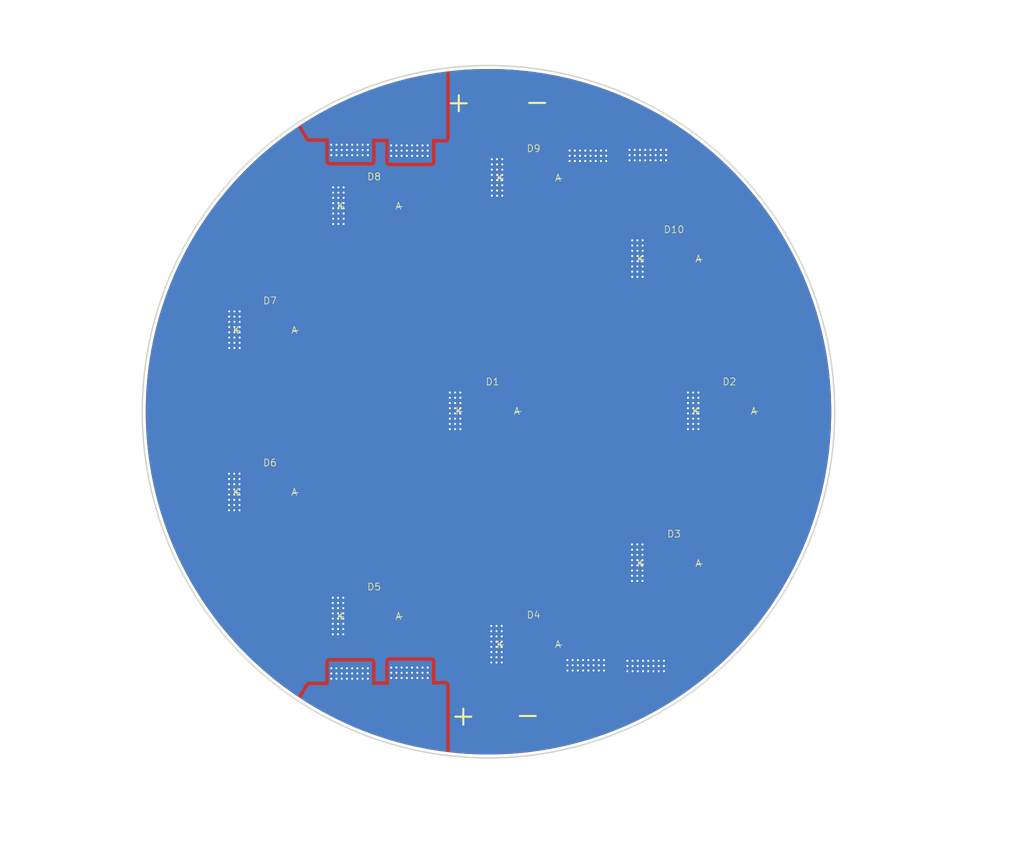
<source format=kicad_pcb>
(kicad_pcb (version 20241229) (generator "pcbnew") (generator_version "9.0")
  (layers (0 "F.Cu" signal) (2 "B.Cu" signal) (13 "F.Paste" user) (15 "B.Paste" user) (5 "F.SilkS" user "F.Silkscreen") (7 "B.SilkS" user "B.Silkscreen") (1 "F.Mask" user) (3 "B.Mask" user) (25 "Edge.Cuts" user))
  (net 0 "")
  (net 1 "/5V")
  (net 2 "GND")
  (footprint "Diode_SMD:CREE_JU7070B_K" (layer "F.Cu") (at 155.9 113.48)
    (property "Reference" "D4" (at 3.7 -1.2 0) (layer "F.SilkS") (effects (font (thickness 0.1))))
    (property "Value" "LED")
    (fp_text user "-" (at 6.7 3.6 0) (layer "F.SilkS") (effects (font (thickness 0.1)) (justify left bottom)))
    (fp_text user "A" (at 6.7 3.6 0) (layer "F.SilkS") (effects (font (thickness 0.1)) (justify left bottom)))
    (fp_text user "+" (at -1.7 3.6 0) (layer "F.SilkS") (effects (font (thickness 0.1)) (justify left bottom)))
    (fp_text user "K" (at -1.7 3.65 0) (layer "F.SilkS") (effects (font (thickness 0.1)) (justify left bottom)))
    (pad "1" smd rect (at 1.325 3.1) (size 2.65 6.2) (layers "F.Cu" "F.Mask" "F.Paste") (net 2 "GND"))
    (pad "2" smd rect (at 4.915 3.1) (size 2.65 6.2) (layers "F.Cu" "F.Mask" "F.Paste") (net 1 "/5V"))
  )
  (footprint "Diode_SMD:CREE_JU7070B_K" (layer "F.Cu") (at 176.05 58.15)
    (property "Reference" "D10" (at 3.7 -1.2 0) (layer "F.SilkS") (effects (font (thickness 0.1))))
    (property "Value" "LED")
    (fp_text user "+" (at -1.7 3.6 0) (layer "F.SilkS") (effects (font (thickness 0.1)) (justify left bottom)))
    (fp_text user "K" (at -1.7 3.6 0) (layer "F.SilkS") (effects (font (thickness 0.1)) (justify left bottom)))
    (fp_text user "A" (at 6.7 3.6 0) (layer "F.SilkS") (effects (font (thickness 0.1)) (justify left bottom)))
    (fp_text user "-" (at 6.7 3.6 0) (layer "F.SilkS") (effects (font (thickness 0.1)) (justify left bottom)))
    (pad "1" smd rect (at 1.325 3.1) (size 2.65 6.2) (layers "F.Cu" "F.Mask" "F.Paste") (net 2 "GND"))
    (pad "2" smd rect (at 4.915 3.1) (size 2.65 6.2) (layers "F.Cu" "F.Mask" "F.Paste") (net 1 "/5V"))
  )
  (footprint "Diode_SMD:CREE_JU7070B_K" (layer "F.Cu") (at 184 80)
    (property "Reference" "D2" (at 3.7 -1.2 0) (layer "F.SilkS") (effects (font (thickness 0.1))))
    (property "Value" "LED")
    (fp_text user "K" (at -1.7 3.6 0) (layer "F.SilkS") (effects (font (thickness 0.1)) (justify left bottom)))
    (fp_text user "-" (at 6.7 3.6 0) (layer "F.SilkS") (effects (font (thickness 0.1)) (justify left bottom)))
    (fp_text user "+" (at -1.7 3.6 0) (layer "F.SilkS") (effects (font (thickness 0.1)) (justify left bottom)))
    (fp_text user "A" (at 6.7 3.6 0) (layer "F.SilkS") (effects (font (thickness 0.1)) (justify left bottom)))
    (pad "1" smd rect (at 1.325 3.1) (size 2.65 6.2) (layers "F.Cu" "F.Mask" "F.Paste") (net 2 "GND"))
    (pad "2" smd rect (at 4.915 3.1) (size 2.65 6.2) (layers "F.Cu" "F.Mask" "F.Paste") (net 1 "/5V"))
  )
  (footprint "Diode_SMD:CREE_JU7070B_K" (layer "F.Cu") (at 176.05 101.85)
    (property "Reference" "D3" (at 3.7 -1.2 0) (layer "F.SilkS") (effects (font (thickness 0.1))))
    (property "Value" "LED")
    (fp_text user "-" (at 6.7 3.6 0) (layer "F.SilkS") (effects (font (thickness 0.1)) (justify left bottom)))
    (fp_text user "K" (at -1.7 3.6 0) (layer "F.SilkS") (effects (font (thickness 0.1)) (justify left bottom)))
    (fp_text user "+" (at -1.7 3.6 0) (layer "F.SilkS") (effects (font (thickness 0.1)) (justify left bottom)))
    (fp_text user "A" (at 6.7 3.6 0) (layer "F.SilkS") (effects (font (thickness 0.1)) (justify left bottom)))
    (pad "1" smd rect (at 1.325 3.1) (size 2.65 6.2) (layers "F.Cu" "F.Mask" "F.Paste") (net 2 "GND"))
    (pad "2" smd rect (at 4.915 3.1) (size 2.65 6.2) (layers "F.Cu" "F.Mask" "F.Paste") (net 1 "/5V"))
  )
  (footprint "Diode_SMD:CREE_JU7070B_K" (layer "F.Cu") (at 118.05 68.37)
    (property "Reference" "D7" (at 3.7 -1.2 0) (layer "F.SilkS") (effects (font (thickness 0.1))))
    (property "Value" "LED")
    (fp_text user "K" (at -1.7 3.6 0) (layer "F.SilkS") (effects (font (thickness 0.1)) (justify left bottom)))
    (fp_text user "+" (at -1.7 3.6 0) (layer "F.SilkS") (effects (font (thickness 0.1)) (justify left bottom)))
    (fp_text user "-" (at 6.7 3.6 0) (layer "F.SilkS") (effects (font (thickness 0.1)) (justify left bottom)))
    (fp_text user "A" (at 6.7 3.6 0) (layer "F.SilkS") (effects (font (thickness 0.1)) (justify left bottom)))
    (pad "1" smd rect (at 1.325 3.1) (size 2.65 6.2) (layers "F.Cu" "F.Mask" "F.Paste") (net 2 "GND"))
    (pad "2" smd rect (at 4.915 3.1) (size 2.65 6.2) (layers "F.Cu" "F.Mask" "F.Paste") (net 1 "/5V"))
  )
  (footprint "Diode_SMD:CREE_JU7070B_K" (layer "F.Cu") (at 150 80)
    (property "Reference" "D1" (at 3.7 -1.2 0) (layer "F.SilkS") (effects (font (thickness 0.1))))
    (property "Value" "LED")
    (fp_text user "K" (at -1.7 3.6 0) (layer "F.SilkS") (effects (font (thickness 0.1)) (justify left bottom)))
    (fp_text user "+" (at -1.7 3.6 0) (layer "F.SilkS") (effects (font (thickness 0.1)) (justify left bottom)))
    (fp_text user "-" (at 6.7 3.6 0) (layer "F.SilkS") (effects (font (thickness 0.1)) (justify left bottom)))
    (fp_text user "A" (at 6.7 3.6 0) (layer "F.SilkS") (effects (font (thickness 0.1)) (justify left bottom)))
    (pad "1" smd rect (at 1.325 3.1) (size 2.65 6.2) (layers "F.Cu" "F.Mask" "F.Paste") (net 2 "GND"))
    (pad "2" smd rect (at 4.915 3.1) (size 2.65 6.2) (layers "F.Cu" "F.Mask" "F.Paste") (net 1 "/5V"))
  )
  (footprint "Diode_SMD:CREE_JU7070B_K" (layer "F.Cu") (at 133 50.56)
    (property "Reference" "D8" (at 3.7 -1.2 0) (layer "F.SilkS") (effects (font (thickness 0.1))))
    (property "Value" "LED")
    (fp_text user "-" (at 6.7 3.6 0) (layer "F.SilkS") (effects (font (thickness 0.1)) (justify left bottom)))
    (fp_text user "A" (at 6.7 3.6 0) (layer "F.SilkS") (effects (font (thickness 0.1)) (justify left bottom)))
    (fp_text user "K" (at -1.7 3.6 0) (layer "F.SilkS") (effects (font (thickness 0.1)) (justify left bottom)))
    (fp_text user "+" (at -1.7 3.6 0) (layer "F.SilkS") (effects (font (thickness 0.1)) (justify left bottom)))
    (pad "1" smd rect (at 1.325 3.1) (size 2.65 6.2) (layers "F.Cu" "F.Mask" "F.Paste") (net 2 "GND"))
    (pad "2" smd rect (at 4.915 3.1) (size 2.65 6.2) (layers "F.Cu" "F.Mask" "F.Paste") (net 1 "/5V"))
  )
  (footprint "Diode_SMD:CREE_JU7070B_K" (layer "F.Cu") (at 155.9 46.52)
    (property "Reference" "D9" (at 3.7 -1.2 0) (layer "F.SilkS") (effects (font (thickness 0.1))))
    (property "Value" "LED")
    (fp_text user "A" (at 6.7 3.6 0) (layer "F.SilkS") (effects (font (thickness 0.1)) (justify left bottom)))
    (fp_text user "+" (at -1.7 3.6 0) (layer "F.SilkS") (effects (font (thickness 0.1)) (justify left bottom)))
    (fp_text user "-" (at 6.7 3.6 0) (layer "F.SilkS") (effects (font (thickness 0.1)) (justify left bottom)))
    (fp_text user "K" (at -1.7 3.6 0) (layer "F.SilkS") (effects (font (thickness 0.1)) (justify left bottom)))
    (pad "1" smd rect (at 1.325 3.1) (size 2.65 6.2) (layers "F.Cu" "F.Mask" "F.Paste") (net 2 "GND"))
    (pad "2" smd rect (at 4.915 3.1) (size 2.65 6.2) (layers "F.Cu" "F.Mask" "F.Paste") (net 1 "/5V"))
  )
  (footprint "Diode_SMD:CREE_JU7070B_K" (layer "F.Cu") (at 118.05 91.63)
    (property "Reference" "D6" (at 3.7 -1.2 0) (layer "F.SilkS") (effects (font (thickness 0.1))))
    (property "Value" "LED")
    (fp_text user "-" (at 6.7 3.6 0) (layer "F.SilkS") (effects (font (thickness 0.1)) (justify left bottom)))
    (fp_text user "A" (at 6.7 3.6 0) (layer "F.SilkS") (effects (font (thickness 0.1)) (justify left bottom)))
    (fp_text user "K" (at -1.7 3.6 0) (layer "F.SilkS") (effects (font (thickness 0.1)) (justify left bottom)))
    (fp_text user "+" (at -1.7 3.6 0) (layer "F.SilkS") (effects (font (thickness 0.1)) (justify left bottom)))
    (pad "1" smd rect (at 1.325 3.1) (size 2.65 6.2) (layers "F.Cu" "F.Mask" "F.Paste") (net 2 "GND"))
    (pad "2" smd rect (at 4.915 3.1) (size 2.65 6.2) (layers "F.Cu" "F.Mask" "F.Paste") (net 1 "/5V"))
  )
  (footprint "Diode_SMD:CREE_JU7070B_K" (layer "F.Cu") (at 133 109.44)
    (property "Reference" "D5" (at 3.7 -1.2 0) (layer "F.SilkS") (effects (font (thickness 0.1))))
    (property "Value" "LED")
    (fp_text user "+" (at -1.7 3.6 0) (layer "F.SilkS") (effects (font (thickness 0.1)) (justify left bottom)))
    (fp_text user "-" (at 6.7 3.6 0) (layer "F.SilkS") (effects (font (thickness 0.1)) (justify left bottom)))
    (fp_text user "A" (at 6.7 3.6 0) (layer "F.SilkS") (effects (font (thickness 0.1)) (justify left bottom)))
    (fp_text user "K" (at -1.7 3.6 0) (layer "F.SilkS") (effects (font (thickness 0.1)) (justify left bottom)))
    (pad "1" smd rect (at 1.325 3.1) (size 2.65 6.2) (layers "F.Cu" "F.Mask" "F.Paste") (net 2 "GND"))
    (pad "2" smd rect (at 4.915 3.1) (size 2.65 6.2) (layers "F.Cu" "F.Mask" "F.Paste") (net 1 "/5V"))
  )
  (gr_rect (start 172.35 101.9) (end 176.1 107.9) (stroke (width 0.2)) (fill yes) (layer "F.Cu") (net 2))
  (gr_rect (start 178.864074 47.889475) (end 172.864074 44.139475) (stroke (width 0.2)) (fill yes) (layer "F.Cu") (net 2))
  (gr_rect (start 129.4 109.55) (end 133.15 115.55) (stroke (width 0.2)) (fill yes) (layer "F.Cu") (net 2))
  (gr_rect (start 178.55 117.975) (end 172.55 121.725) (stroke (width 0.2)) (fill yes) (layer "F.Cu") (net 2))
  (gr_circle (center 142.5 82.5) (end 145.9 82.5) (stroke (width 0.2)) (fill no) (layer "F.Cu"))
  (gr_rect (start 172.375 58.25) (end 176.125 64.25) (stroke (width 0.2)) (fill yes) (layer "F.Cu") (net 2))
  (gr_rect (start 180.375 80.1) (end 184.125 86.1) (stroke (width 0.2)) (fill yes) (layer "F.Cu") (net 2))
  (gr_rect (start 129.45 50.65) (end 133.2 56.65) (stroke (width 0.2)) (fill yes) (layer "F.Cu") (net 2))
  (gr_rect (start 152.15 113.6) (end 155.9 119.6) (stroke (width 0.2)) (fill yes) (layer "F.Cu") (net 2))
  (gr_rect (start 114.5 91.75) (end 118.25 97.75) (stroke (width 0.2)) (fill yes) (layer "F.Cu") (net 2))
  (gr_rect (start 170.264074 47.989475) (end 164.264074 44.239475) (stroke (width 0.2)) (fill yes) (layer "F.Cu") (net 2))
  (gr_rect (start 169.95 117.875) (end 163.95 121.625) (stroke (width 0.2)) (fill yes) (layer "F.Cu") (net 2))
  (gr_rect (start 114.525 68.45) (end 118.275 74.45) (stroke (width 0.2)) (fill yes) (layer "F.Cu") (net 2))
  (gr_rect (start 146.2 80.1) (end 149.95 86.1) (stroke (width 0.2)) (fill yes) (layer "F.Cu") (net 2))
  (gr_rect (start 152.225 46.6) (end 155.975 52.6) (stroke (width 0.2)) (fill yes) (layer "F.Cu") (net 2))
  (gr_rect (start 138.9 118.95) (end 144.9 122.7) (stroke (width 0.2)) (fill yes) (layer "B.Cu") (net 1))
  (gr_rect (start 138.9 47.25) (end 144.9 43.5) (stroke (width 0.2)) (fill yes) (layer "B.Cu") (net 1))
  (gr_rect (start 130.3 119.05) (end 136.3 122.8) (stroke (width 0.2)) (fill yes) (layer "B.Cu") (net 1))
  (gr_rect (start 130.3 47.15) (end 136.3 43.4) (stroke (width 0.2)) (fill yes) (layer "B.Cu") (net 1))
  (gr_circle (center 153.12 83.1) (end 202.82 83.1) (stroke (width 0.2)) (fill no) (layer "Edge.Cuts"))
  (gr_text "+" (at 147.45 128.4 0) (layer "F.SilkS") (effects (font (size 3 3) (thickness 0.3) (bold yes)) (justify left bottom)))
  (gr_text "-" (at 156.7 128.3 0) (layer "F.SilkS") (effects (font (size 3 3) (thickness 0.3) (bold yes)) (justify left bottom)))
  (gr_text "-" (at 158.05 40.3 0) (layer "F.SilkS") (effects (font (size 3 3) (thickness 0.3) (bold yes)) (justify left bottom)))
  (gr_text "+" (at 146.8 40.35 0) (layer "F.SilkS") (effects (font (size 3 3) (thickness 0.3) (bold yes)) (justify left bottom)))
  (via (at 142.9 45.625) (size 0.7) (drill 0.3) (layers "F.Cu" "B.Cu") (net 1))
  (via (at 135.05 119.925) (size 0.7) (drill 0.3) (layers "F.Cu" "B.Cu") (net 1))
  (via (at 132.05 120.675) (size 0.7) (drill 0.3) (layers "F.Cu" "B.Cu") (net 1))
  (via (at 135.05 44.775) (size 0.7) (drill 0.3) (layers "F.Cu" "B.Cu") (net 1))
  (via (at 143.65 44.875) (size 0.7) (drill 0.3) (layers "F.Cu" "B.Cu") (net 1))
  (via (at 130.55 46.275) (size 0.7) (drill 0.3) (layers "F.Cu" "B.Cu") (net 1))
  (via (at 142.9 121.325) (size 0.7) (drill 0.3) (layers "F.Cu" "B.Cu") (net 1))
  (via (at 139.15 121.325) (size 0.7) (drill 0.3) (layers "F.Cu" "B.Cu") (net 1))
  (via (at 134.3 120.675) (size 0.7) (drill 0.3) (layers "F.Cu" "B.Cu") (net 1))
  (via (at 133.55 46.275) (size 0.7) (drill 0.3) (layers "F.Cu" "B.Cu") (net 1))
  (via (at 144.4 46.375) (size 0.7) (drill 0.3) (layers "F.Cu" "B.Cu") (net 1))
  (via (at 142.9 119.825) (size 0.7) (drill 0.3) (layers "F.Cu" "B.Cu") (net 1))
  (via (at 142.9 46.375) (size 0.7) (drill 0.3) (layers "F.Cu" "B.Cu") (net 1))
  (via (at 139.15 45.625) (size 0.7) (drill 0.3) (layers "F.Cu" "B.Cu") (net 1))
  (via (at 130.55 119.925) (size 0.7) (drill 0.3) (layers "F.Cu" "B.Cu") (net 1))
  (via (at 131.3 121.425) (size 0.7) (drill 0.3) (layers "F.Cu" "B.Cu") (net 1))
  (via (at 132.8 45.525) (size 0.7) (drill 0.3) (layers "F.Cu" "B.Cu") (net 1))
  (via (at 143.65 45.625) (size 0.7) (drill 0.3) (layers "F.Cu" "B.Cu") (net 1))
  (via (at 135.05 46.275) (size 0.7) (drill 0.3) (layers "F.Cu" "B.Cu") (net 1))
  (via (at 140.65 45.625) (size 0.7) (drill 0.3) (layers "F.Cu" "B.Cu") (net 1))
  (via (at 144.4 119.825) (size 0.7) (drill 0.3) (layers "F.Cu" "B.Cu") (net 1))
  (via (at 134.3 45.525) (size 0.7) (drill 0.3) (layers "F.Cu" "B.Cu") (net 1))
  (via (at 140.65 44.875) (size 0.7) (drill 0.3) (layers "F.Cu" "B.Cu") (net 1))
  (via (at 143.65 119.825) (size 0.7) (drill 0.3) (layers "F.Cu" "B.Cu") (net 1))
  (via (at 139.9 119.825) (size 0.7) (drill 0.3) (layers "F.Cu" "B.Cu") (net 1))
  (via (at 142.15 44.875) (size 0.7) (drill 0.3) (layers "F.Cu" "B.Cu") (net 1))
  (via (at 135.8 44.775) (size 0.7) (drill 0.3) (layers "F.Cu" "B.Cu") (net 1))
  (via (at 130.55 121.425) (size 0.7) (drill 0.3) (layers "F.Cu" "B.Cu") (net 1))
  (via (at 143.65 121.325) (size 0.7) (drill 0.3) (layers "F.Cu" "B.Cu") (net 1))
  (via (at 135.8 45.525) (size 0.7) (drill 0.3) (layers "F.Cu" "B.Cu") (net 1))
  (via (at 139.9 45.625) (size 0.7) (drill 0.3) (layers "F.Cu" "B.Cu") (net 1))
  (via (at 142.15 45.625) (size 0.7) (drill 0.3) (layers "F.Cu" "B.Cu") (net 1))
  (via (at 139.15 119.825) (size 0.7) (drill 0.3) (layers "F.Cu" "B.Cu") (net 1))
  (via (at 133.55 44.775) (size 0.7) (drill 0.3) (layers "F.Cu" "B.Cu") (net 1))
  (via (at 134.3 121.425) (size 0.7) (drill 0.3) (layers "F.Cu" "B.Cu") (net 1))
  (via (at 132.8 120.675) (size 0.7) (drill 0.3) (layers "F.Cu" "B.Cu") (net 1))
  (via (at 142.15 46.375) (size 0.7) (drill 0.3) (layers "F.Cu" "B.Cu") (net 1))
  (via (at 133.55 121.425) (size 0.7) (drill 0.3) (layers "F.Cu" "B.Cu") (net 1))
  (via (at 130.55 44.775) (size 0.7) (drill 0.3) (layers "F.Cu" "B.Cu") (net 1))
  (via (at 139.15 44.875) (size 0.7) (drill 0.3) (layers "F.Cu" "B.Cu") (net 1))
  (via (at 130.55 120.675) (size 0.7) (drill 0.3) (layers "F.Cu" "B.Cu") (net 1))
  (via (at 135.8 120.675) (size 0.7) (drill 0.3) (layers "F.Cu" "B.Cu") (net 1))
  (via (at 139.9 120.575) (size 0.7) (drill 0.3) (layers "F.Cu" "B.Cu") (net 1))
  (via (at 142.9 44.875) (size 0.7) (drill 0.3) (layers "F.Cu" "B.Cu") (net 1))
  (via (at 139.9 46.375) (size 0.7) (drill 0.3) (layers "F.Cu" "B.Cu") (net 1))
  (via (at 141.4 44.875) (size 0.7) (drill 0.3) (layers "F.Cu" "B.Cu") (net 1))
  (via (at 143.65 46.375) (size 0.7) (drill 0.3) (layers "F.Cu" "B.Cu") (net 1))
  (via (at 131.3 45.525) (size 0.7) (drill 0.3) (layers "F.Cu" "B.Cu") (net 1))
  (via (at 142.9 120.575) (size 0.7) (drill 0.3) (layers "F.Cu" "B.Cu") (net 1))
  (via (at 141.4 119.825) (size 0.7) (drill 0.3) (layers "F.Cu" "B.Cu") (net 1))
  (via (at 144.4 45.625) (size 0.7) (drill 0.3) (layers "F.Cu" "B.Cu") (net 1))
  (via (at 141.4 120.575) (size 0.7) (drill 0.3) (layers "F.Cu" "B.Cu") (net 1))
  (via (at 132.05 46.275) (size 0.7) (drill 0.3) (layers "F.Cu" "B.Cu") (net 1))
  (via (at 135.05 120.675) (size 0.7) (drill 0.3) (layers "F.Cu" "B.Cu") (net 1))
  (via (at 144.4 120.575) (size 0.7) (drill 0.3) (layers "F.Cu" "B.Cu") (net 1))
  (via (at 140.65 46.375) (size 0.7) (drill 0.3) (layers "F.Cu" "B.Cu") (net 1))
  (via (at 144.4 121.325) (size 0.7) (drill 0.3) (layers "F.Cu" "B.Cu") (net 1))
  (via (at 132.8 121.425) (size 0.7) (drill 0.3) (layers "F.Cu" "B.Cu") (net 1))
  (via (at 135.8 119.925) (size 0.7) (drill 0.3) (layers "F.Cu" "B.Cu") (net 1))
  (via (at 135.8 121.425) (size 0.7) (drill 0.3) (layers "F.Cu" "B.Cu") (net 1))
  (via (at 142.15 119.825) (size 0.7) (drill 0.3) (layers "F.Cu" "B.Cu") (net 1))
  (via (at 140.65 121.325) (size 0.7) (drill 0.3) (layers "F.Cu" "B.Cu") (net 1))
  (via (at 135.05 121.425) (size 0.7) (drill 0.3) (layers "F.Cu" "B.Cu") (net 1))
  (via (at 141.4 45.625) (size 0.7) (drill 0.3) (layers "F.Cu" "B.Cu") (net 1))
  (via (at 142.15 120.575) (size 0.7) (drill 0.3) (layers "F.Cu" "B.Cu") (net 1))
  (via (at 134.3 119.925) (size 0.7) (drill 0.3) (layers "F.Cu" "B.Cu") (net 1))
  (via (at 134.3 46.275) (size 0.7) (drill 0.3) (layers "F.Cu" "B.Cu") (net 1))
  (via (at 132.8 119.925) (size 0.7) (drill 0.3) (layers "F.Cu" "B.Cu") (net 1))
  (via (at 131.3 120.675) (size 0.7) (drill 0.3) (layers "F.Cu" "B.Cu") (net 1))
  (via (at 143.65 120.575) (size 0.7) (drill 0.3) (layers "F.Cu" "B.Cu") (net 1))
  (via (at 142.15 121.325) (size 0.7) (drill 0.3) (layers "F.Cu" "B.Cu") (net 1))
  (via (at 132.05 44.775) (size 0.7) (drill 0.3) (layers "F.Cu" "B.Cu") (net 1))
  (via (at 132.05 45.525) (size 0.7) (drill 0.3) (layers "F.Cu" "B.Cu") (net 1))
  (via (at 139.15 120.575) (size 0.7) (drill 0.3) (layers "F.Cu" "B.Cu") (net 1))
  (via (at 131.3 44.775) (size 0.7) (drill 0.3) (layers "F.Cu" "B.Cu") (net 1))
  (via (at 132.8 44.775) (size 0.7) (drill 0.3) (layers "F.Cu" "B.Cu") (net 1))
  (via (at 144.4 44.875) (size 0.7) (drill 0.3) (layers "F.Cu" "B.Cu") (net 1))
  (via (at 139.9 44.875) (size 0.7) (drill 0.3) (layers "F.Cu" "B.Cu") (net 1))
  (via (at 130.55 45.525) (size 0.7) (drill 0.3) (layers "F.Cu" "B.Cu") (net 1))
  (via (at 133.55 45.525) (size 0.7) (drill 0.3) (layers "F.Cu" "B.Cu") (net 1))
  (via (at 140.65 119.825) (size 0.7) (drill 0.3) (layers "F.Cu" "B.Cu") (net 1))
  (via (at 141.4 46.375) (size 0.7) (drill 0.3) (layers "F.Cu" "B.Cu") (net 1))
  (via (at 139.9 121.325) (size 0.7) (drill 0.3) (layers "F.Cu" "B.Cu") (net 1))
  (via (at 141.4 121.325) (size 0.7) (drill 0.3) (layers "F.Cu" "B.Cu") (net 1))
  (via (at 133.55 120.675) (size 0.7) (drill 0.3) (layers "F.Cu" "B.Cu") (net 1))
  (via (at 135.05 45.525) (size 0.7) (drill 0.3) (layers "F.Cu" "B.Cu") (net 1))
  (via (at 132.05 121.425) (size 0.7) (drill 0.3) (layers "F.Cu" "B.Cu") (net 1))
  (via (at 133.55 119.925) (size 0.7) (drill 0.3) (layers "F.Cu" "B.Cu") (net 1))
  (via (at 139.15 46.375) (size 0.7) (drill 0.3) (layers "F.Cu" "B.Cu") (net 1))
  (via (at 135.8 46.275) (size 0.7) (drill 0.3) (layers "F.Cu" "B.Cu") (net 1))
  (via (at 134.3 44.775) (size 0.7) (drill 0.3) (layers "F.Cu" "B.Cu") (net 1))
  (via (at 131.3 46.275) (size 0.7) (drill 0.3) (layers "F.Cu" "B.Cu") (net 1))
  (via (at 132.8 46.275) (size 0.7) (drill 0.3) (layers "F.Cu" "B.Cu") (net 1))
  (via (at 132.05 119.925) (size 0.7) (drill 0.3) (layers "F.Cu" "B.Cu") (net 1))
  (via (at 140.65 120.575) (size 0.7) (drill 0.3) (layers "F.Cu" "B.Cu") (net 1))
  (via (at 131.3 119.925) (size 0.7) (drill 0.3) (layers "F.Cu" "B.Cu") (net 1))
  (via (at 154.275 117.6) (size 0.7) (drill 0.3) (layers "F.Cu" "B.Cu") (net 2))
  (via (at 164.45 120.25) (size 0.7) (drill 0.3) (layers "F.Cu" "B.Cu") (net 2))
  (via (at 130.825 53.15) (size 0.7) (drill 0.3) (layers "F.Cu" "B.Cu") (net 2))
  (via (at 165.95 118.75) (size 0.7) (drill 0.3) (layers "F.Cu" "B.Cu") (net 2))
  (via (at 175.614074 47.014475) (size 0.7) (drill 0.3) (layers "F.Cu" "B.Cu") (net 2))
  (via (at 132.325 56.15) (size 0.7) (drill 0.3) (layers "F.Cu" "B.Cu") (net 2))
  (via (at 181.75 83.35) (size 0.7) (drill 0.3) (layers "F.Cu" "B.Cu") (net 2))
  (via (at 175.225 105.9) (size 0.7) (drill 0.3) (layers "F.Cu" "B.Cu") (net 2))
  (via (at 154.35 50.6) (size 0.7) (drill 0.3) (layers "F.Cu" "B.Cu") (net 2))
  (via (at 117.4 73.95) (size 0.7) (drill 0.3) (layers "F.Cu" "B.Cu") (net 2))
  (via (at 131.525 112.8) (size 0.7) (drill 0.3) (layers "F.Cu" "B.Cu") (net 2))
  (via (at 175.225 106.65) (size 0.7) (drill 0.3) (layers "F.Cu" "B.Cu") (net 2))
  (via (at 182.5 85.6) (size 0.7) (drill 0.3) (layers "F.Cu" "B.Cu") (net 2))
  (via (at 164.764074 47.114475) (size 0.7) (drill 0.3) (layers "F.Cu" "B.Cu") (net 2))
  (via (at 168.514074 45.614475) (size 0.7) (drill 0.3) (layers "F.Cu" "B.Cu") (net 2))
  (via (at 175.3 119.6) (size 0.7) (drill 0.3) (layers "F.Cu" "B.Cu") (net 2))
  (via (at 174.5 61.5) (size 0.7) (drill 0.3) (layers "F.Cu" "B.Cu") (net 2))
  (via (at 130.775 110.55) (size 0.7) (drill 0.3) (layers "F.Cu" "B.Cu") (net 2))
  (via (at 131.575 50.9) (size 0.7) (drill 0.3) (layers "F.Cu" "B.Cu") (net 2))
  (via (at 148.325 81.85) (size 0.7) (drill 0.3) (layers "F.Cu" "B.Cu") (net 2))
  (via (at 166.7 120.25) (size 0.7) (drill 0.3) (layers "F.Cu" "B.Cu") (net 2))
  (via (at 153.525 115.35) (size 0.7) (drill 0.3) (layers "F.Cu" "B.Cu") (net 2))
  (via (at 115.9 70.2) (size 0.7) (drill 0.3) (layers "F.Cu" "B.Cu") (net 2))
  (via (at 147.575 80.35) (size 0.7) (drill 0.3) (layers "F.Cu" "B.Cu") (net 2))
  (via (at 175.614074 46.264475) (size 0.7) (drill 0.3) (layers "F.Cu" "B.Cu") (net 2))
  (via (at 174.475 102.9) (size 0.7) (drill 0.3) (layers "F.Cu" "B.Cu") (net 2))
  (via (at 153.525 117.6) (size 0.7) (drill 0.3) (layers "F.Cu" "B.Cu") (net 2))
  (via (at 149.075 84.1) (size 0.7) (drill 0.3) (layers "F.Cu" "B.Cu") (net 2))
  (via (at 173.8 119.6) (size 0.7) (drill 0.3) (layers "F.Cu" "B.Cu") (net 2))
  (via (at 155.1 46.85) (size 0.7) (drill 0.3) (layers "F.Cu" "B.Cu") (net 2))
  (via (at 130.825 53.9) (size 0.7) (drill 0.3) (layers "F.Cu" "B.Cu") (net 2))
  (via (at 147.575 81.85) (size 0.7) (drill 0.3) (layers "F.Cu" "B.Cu") (net 2))
  (via (at 153.6 51.35) (size 0.7) (drill 0.3) (layers "F.Cu" "B.Cu") (net 2))
  (via (at 183.25 85.6) (size 0.7) (drill 0.3) (layers "F.Cu" "B.Cu") (net 2))
  (via (at 131.525 114.3) (size 0.7) (drill 0.3) (layers "F.Cu" "B.Cu") (net 2))
  (via (at 168.2 119.5) (size 0.7) (drill 0.3) (layers "F.Cu" "B.Cu") (net 2))
  (via (at 147.575 82.6) (size 0.7) (drill 0.3) (layers "F.Cu" "B.Cu") (net 2))
  (via (at 175.225 103.65) (size 0.7) (drill 0.3) (layers "F.Cu" "B.Cu") (net 2))
  (via (at 168.2 118.75) (size 0.7) (drill 0.3) (layers "F.Cu" "B.Cu") (net 2))
  (via (at 173.05 120.35) (size 0.7) (drill 0.3) (layers "F.Cu" "B.Cu") (net 2))
  (via (at 117.4 73.2) (size 0.7) (drill 0.3) (layers "F.Cu" "B.Cu") (net 2))
  (via (at 182.5 80.35) (size 0.7) (drill 0.3) (layers "F.Cu" "B.Cu") (net 2))
  (via (at 183.25 84.1) (size 0.7) (drill 0.3) (layers "F.Cu" "B.Cu") (net 2))
  (via (at 165.95 120.25) (size 0.7) (drill 0.3) (layers "F.Cu" "B.Cu") (net 2))
  (via (at 154.275 116.1) (size 0.7) (drill 0.3) (layers "F.Cu" "B.Cu") (net 2))
  (via (at 116.625 92.75) (size 0.7) (drill 0.3) (layers "F.Cu" "B.Cu") (net 2))
  (via (at 131.525 113.55) (size 0.7) (drill 0.3) (layers "F.Cu" "B.Cu") (net 2))
  (via (at 132.275 111.3) (size 0.7) (drill 0.3) (layers "F.Cu" "B.Cu") (net 2))
  (via (at 173.8 120.35) (size 0.7) (drill 0.3) (layers "F.Cu" "B.Cu") (net 2))
  (via (at 147.575 85.6) (size 0.7) (drill 0.3) (layers "F.Cu" "B.Cu") (net 2))
  (via (at 131.525 111.3) (size 0.7) (drill 0.3) (layers "F.Cu" "B.Cu") (net 2))
  (via (at 132.325 51.65) (size 0.7) (drill 0.3) (layers "F.Cu" "B.Cu") (net 2))
  (via (at 130.775 113.55) (size 0.7) (drill 0.3) (layers "F.Cu" "B.Cu") (net 2))
  (via (at 130.775 109.8) (size 0.7) (drill 0.3) (layers "F.Cu" "B.Cu") (net 2))
  (via (at 117.4 68.7) (size 0.7) (drill 0.3) (layers "F.Cu" "B.Cu") (net 2))
  (via (at 181.75 85.6) (size 0.7) (drill 0.3) (layers "F.Cu" "B.Cu") (net 2))
  (via (at 174.5 63.75) (size 0.7) (drill 0.3) (layers "F.Cu" "B.Cu") (net 2))
  (via (at 176.05 119.6) (size 0.7) (drill 0.3) (layers "F.Cu" "B.Cu") (net 2))
  (via (at 115.875 92) (size 0.7) (drill 0.3) (layers "F.Cu" "B.Cu") (net 2))
  (via (at 169.7 119.5) (size 0.7) (drill 0.3) (layers "F.Cu" "B.Cu") (net 2))
  (via (at 116.625 96.5) (size 0.7) (drill 0.3) (layers "F.Cu" "B.Cu") (net 2))
  (via (at 154.275 118.35) (size 0.7) (drill 0.3) (layers "F.Cu" "B.Cu") (net 2))
  (via (at 115.9 72.45) (size 0.7) (drill 0.3) (layers "F.Cu" "B.Cu") (net 2))
  (via (at 177.114074 47.014475) (size 0.7) (drill 0.3) (layers "F.Cu" "B.Cu") (net 2))
  (via (at 153.6 49.1) (size 0.7) (drill 0.3) (layers "F.Cu" "B.Cu") (net 2))
  (via (at 116.65 70.95) (size 0.7) (drill 0.3) (layers "F.Cu" "B.Cu") (net 2))
  (via (at 169.7 118.75) (size 0.7) (drill 0.3) (layers "F.Cu" "B.Cu") (net 2))
  (via (at 174.55 120.35) (size 0.7) (drill 0.3) (layers "F.Cu" "B.Cu") (net 2))
  (via (at 153.6 50.6) (size 0.7) (drill 0.3) (layers "F.Cu" "B.Cu") (net 2))
  (via (at 182.5 82.6) (size 0.7) (drill 0.3) (layers "F.Cu" "B.Cu") (net 2))
  (via (at 153.6 49.85) (size 0.7) (drill 0.3) (layers "F.Cu" "B.Cu") (net 2))
  (via (at 177.864074 46.264475) (size 0.7) (drill 0.3) (layers "F.Cu" "B.Cu") (net 2))
  (via (at 155.025 114.6) (size 0.7) (drill 0.3) (layers "F.Cu" "B.Cu") (net 2))
  (via (at 117.375 94.25) (size 0.7) (drill 0.3) (layers "F.Cu" "B.Cu") (net 2))
  (via (at 116.625 95.75) (size 0.7) (drill 0.3) (layers "F.Cu" "B.Cu") (net 2))
  (via (at 173.725 104.4) (size 0.7) (drill 0.3) (layers "F.Cu" "B.Cu") (net 2))
  (via (at 132.325 50.9) (size 0.7) (drill 0.3) (layers "F.Cu" "B.Cu") (net 2))
  (via (at 132.275 109.8) (size 0.7) (drill 0.3) (layers "F.Cu" "B.Cu") (net 2))
  (via (at 175.3 120.35) (size 0.7) (drill 0.3) (layers "F.Cu" "B.Cu") (net 2))
  (via (at 173.75 58.5) (size 0.7) (drill 0.3) (layers "F.Cu" "B.Cu") (net 2))
  (via (at 174.475 106.65) (size 0.7) (drill 0.3) (layers "F.Cu" "B.Cu") (net 2))
  (via (at 175.25 60.75) (size 0.7) (drill 0.3) (layers "F.Cu" "B.Cu") (net 2))
  (via (at 115.9 73.2) (size 0.7) (drill 0.3) (layers "F.Cu" "B.Cu") (net 2))
  (via (at 173.725 102.15) (size 0.7) (drill 0.3) (layers "F.Cu" "B.Cu") (net 2))
  (via (at 155.025 115.35) (size 0.7) (drill 0.3) (layers "F.Cu" "B.Cu") (net 2))
  (via (at 167.45 119.5) (size 0.7) (drill 0.3) (layers "F.Cu" "B.Cu") (net 2))
  (via (at 131.575 51.65) (size 0.7) (drill 0.3) (layers "F.Cu" "B.Cu") (net 2))
  (via (at 170.014074 47.114475) (size 0.7) (drill 0.3) (layers "F.Cu" "B.Cu") (net 2))
  (via (at 174.5 62.25) (size 0.7) (drill 0.3) (layers "F.Cu" "B.Cu") (net 2))
  (via (at 174.475 102.15) (size 0.7) (drill 0.3) (layers "F.Cu" "B.Cu") (net 2))
  (via (at 117.4 72.45) (size 0.7) (drill 0.3) (layers "F.Cu" "B.Cu") (net 2))
  (via (at 147.575 84.85) (size 0.7) (drill 0.3) (layers "F.Cu" "B.Cu") (net 2))
  (via (at 175.225 102.9) (size 0.7) (drill 0.3) (layers "F.Cu" "B.Cu") (net 2))
  (via (at 149.075 84.85) (size 0.7) (drill 0.3) (layers "F.Cu" "B.Cu") (net 2))
  (via (at 173.75 59.25) (size 0.7) (drill 0.3) (layers "F.Cu" "B.Cu") (net 2))
  (via (at 115.875 94.25) (size 0.7) (drill 0.3) (layers "F.Cu" "B.Cu") (net 2))
  (via (at 177.55 120.35) (size 0.7) (drill 0.3) (layers "F.Cu" "B.Cu") (net 2))
  (via (at 168.95 119.5) (size 0.7) (drill 0.3) (layers "F.Cu" "B.Cu") (net 2))
  (via (at 165.514074 45.614475) (size 0.7) (drill 0.3) (layers "F.Cu" "B.Cu") (net 2))
  (via (at 173.75 60.75) (size 0.7) (drill 0.3) (layers "F.Cu" "B.Cu") (net 2))
  (via (at 167.014074 46.364475) (size 0.7) (drill 0.3) (layers "F.Cu" "B.Cu") (net 2))
  (via (at 176.8 119.6) (size 0.7) (drill 0.3) (layers "F.Cu" "B.Cu") (net 2))
  (via (at 173.75 61.5) (size 0.7) (drill 0.3) (layers "F.Cu" "B.Cu") (net 2))
  (via (at 183.25 80.35) (size 0.7) (drill 0.3) (layers "F.Cu" "B.Cu") (net 2))
  (via (at 183.25 83.35) (size 0.7) (drill 0.3) (layers "F.Cu" "B.Cu") (net 2))
  (via (at 175.225 107.4) (size 0.7) (drill 0.3) (layers "F.Cu" "B.Cu") (net 2))
  (via (at 174.114074 46.264475) (size 0.7) (drill 0.3) (layers "F.Cu" "B.Cu") (net 2))
  (via (at 173.725 102.9) (size 0.7) (drill 0.3) (layers "F.Cu" "B.Cu") (net 2))
  (via (at 170.014074 46.364475) (size 0.7) (drill 0.3) (layers "F.Cu" "B.Cu") (net 2))
  (via (at 149.075 85.6) (size 0.7) (drill 0.3) (layers "F.Cu" "B.Cu") (net 2))
  (via (at 173.75 63.75) (size 0.7) (drill 0.3) (layers "F.Cu" "B.Cu") (net 2))
  (via (at 117.375 92) (size 0.7) (drill 0.3) (layers "F.Cu" "B.Cu") (net 2))
  (via (at 181.75 84.1) (size 0.7) (drill 0.3) (layers "F.Cu" "B.Cu") (net 2))
  (via (at 115.875 96.5) (size 0.7) (drill 0.3) (layers "F.Cu" "B.Cu") (net 2))
  (via (at 149.075 83.35) (size 0.7) (drill 0.3) (layers "F.Cu" "B.Cu") (net 2))
  (via (at 132.275 113.55) (size 0.7) (drill 0.3) (layers "F.Cu" "B.Cu") (net 2))
  (via (at 174.475 107.4) (size 0.7) (drill 0.3) (layers "F.Cu" "B.Cu") (net 2))
  (via (at 183.25 81.85) (size 0.7) (drill 0.3) (layers "F.Cu" "B.Cu") (net 2))
  (via (at 130.825 51.65) (size 0.7) (drill 0.3) (layers "F.Cu" "B.Cu") (net 2))
  (via (at 174.5 60.75) (size 0.7) (drill 0.3) (layers "F.Cu" "B.Cu") (net 2))
  (via (at 115.875 97.25) (size 0.7) (drill 0.3) (layers "F.Cu" "B.Cu") (net 2))
  (via (at 177.114074 46.264475) (size 0.7) (drill 0.3) (layers "F.Cu" "B.Cu") (net 2))
  (via (at 174.475 105.9) (size 0.7) (drill 0.3) (layers "F.Cu" "B.Cu") (net 2))
  (via (at 148.325 84.85) (size 0.7) (drill 0.3) (layers "F.Cu" "B.Cu") (net 2))
  (via (at 117.375 97.25) (size 0.7) (drill 0.3) (layers "F.Cu" "B.Cu") (net 2))
  (via (at 147.575 84.1) (size 0.7) (drill 0.3) (layers "F.Cu" "B.Cu") (net 2))
  (via (at 115.875 92.75) (size 0.7) (drill 0.3) (layers "F.Cu" "B.Cu") (net 2))
  (via (at 173.75 62.25) (size 0.7) (drill 0.3) (layers "F.Cu" "B.Cu") (net 2))
  (via (at 132.325 55.4) (size 0.7) (drill 0.3) (layers "F.Cu" "B.Cu") (net 2))
  (via (at 149.075 81.85) (size 0.7) (drill 0.3) (layers "F.Cu" "B.Cu") (net 2))
  (via (at 148.325 83.35) (size 0.7) (drill 0.3) (layers "F.Cu" "B.Cu") (net 2))
  (via (at 174.114074 45.514475) (size 0.7) (drill 0.3) (layers "F.Cu" "B.Cu") (net 2))
  (via (at 177.864074 47.014475) (size 0.7) (drill 0.3) (layers "F.Cu" "B.Cu") (net 2))
  (via (at 149.075 81.1) (size 0.7) (drill 0.3) (layers "F.Cu" "B.Cu") (net 2))
  (via (at 167.45 120.25) (size 0.7) (drill 0.3) (layers "F.Cu" "B.Cu") (net 2))
  (via (at 130.775 112.05) (size 0.7) (drill 0.3) (layers "F.Cu" "B.Cu") (net 2))
  (via (at 155.025 117.6) (size 0.7) (drill 0.3) (layers "F.Cu" "B.Cu") (net 2))
  (via (at 174.114074 47.014475) (size 0.7) (drill 0.3) (layers "F.Cu" "B.Cu") (net 2))
  (via (at 153.6 47.6) (size 0.7) (drill 0.3) (layers "F.Cu" "B.Cu") (net 2))
  (via (at 164.45 119.5) (size 0.7) (drill 0.3) (layers "F.Cu" "B.Cu") (net 2))
  (via (at 115.875 93.5) (size 0.7) (drill 0.3) (layers "F.Cu" "B.Cu") (net 2))
  (via (at 166.264074 47.114475) (size 0.7) (drill 0.3) (layers "F.Cu" "B.Cu") (net 2))
  (via (at 117.4 70.2) (size 0.7) (drill 0.3) (layers "F.Cu" "B.Cu") (net 2))
  (via (at 176.05 120.35) (size 0.7) (drill 0.3) (layers "F.Cu" "B.Cu") (net 2))
  (via (at 175.614074 45.514475) (size 0.7) (drill 0.3) (layers "F.Cu" "B.Cu") (net 2))
  (via (at 154.35 49.85) (size 0.7) (drill 0.3) (layers "F.Cu" "B.Cu") (net 2))
  (via (at 167.014074 47.114475) (size 0.7) (drill 0.3) (layers "F.Cu" "B.Cu") (net 2))
  (via (at 153.525 119.1) (size 0.7) (drill 0.3) (layers "F.Cu" "B.Cu") (net 2))
  (via (at 178.3 118.85) (size 0.7) (drill 0.3) (layers "F.Cu" "B.Cu") (net 2))
  (via (at 149.075 80.35) (size 0.7) (drill 0.3) (layers "F.Cu" "B.Cu") (net 2))
  (via (at 176.8 120.35) (size 0.7) (drill 0.3) (layers "F.Cu" "B.Cu") (net 2))
  (via (at 154.275 115.35) (size 0.7) (drill 0.3) (layers "F.Cu" "B.Cu") (net 2))
  (via (at 183.25 82.6) (size 0.7) (drill 0.3) (layers "F.Cu" "B.Cu") (net 2))
  (via (at 155.1 47.6) (size 0.7) (drill 0.3) (layers "F.Cu" "B.Cu") (net 2))
  (via (at 183.25 84.85) (size 0.7) (drill 0.3) (layers "F.Cu" "B.Cu") (net 2))
  (via (at 131.525 110.55) (size 0.7) (drill 0.3) (layers "F.Cu" "B.Cu") (net 2))
  (via (at 117.375 92.75) (size 0.7) (drill 0.3) (layers "F.Cu" "B.Cu") (net 2))
  (via (at 178.3 119.6) (size 0.7) (drill 0.3) (layers "F.Cu" "B.Cu") (net 2))
  (via (at 177.864074 45.514475) (size 0.7) (drill 0.3) (layers "F.Cu" "B.Cu") (net 2))
  (via (at 165.2 119.5) (size 0.7) (drill 0.3) (layers "F.Cu" "B.Cu") (net 2))
  (via (at 132.275 115.05) (size 0.7) (drill 0.3) (layers "F.Cu" "B.Cu") (net 2))
  (via (at 130.825 52.4) (size 0.7) (drill 0.3) (layers "F.Cu" "B.Cu") (net 2))
  (via (at 154.35 52.1) (size 0.7) (drill 0.3) (layers "F.Cu" "B.Cu") (net 2))
  (via (at 116.65 72.45) (size 0.7) (drill 0.3) (layers "F.Cu" "B.Cu") (net 2))
  (via (at 117.375 95.75) (size 0.7) (drill 0.3) (layers "F.Cu" "B.Cu") (net 2))
  (via (at 132.325 53.9) (size 0.7) (drill 0.3) (layers "F.Cu" "B.Cu") (net 2))
  (via (at 154.275 113.85) (size 0.7) (drill 0.3) (layers "F.Cu" "B.Cu") (net 2))
  (via (at 116.65 68.7) (size 0.7) (drill 0.3) (layers "F.Cu" "B.Cu") (net 2))
  (via (at 174.55 118.85) (size 0.7) (drill 0.3) (layers "F.Cu" "B.Cu") (net 2))
  (via (at 147.575 81.1) (size 0.7) (drill 0.3) (layers "F.Cu" "B.Cu") (net 2))
  (via (at 115.9 69.45) (size 0.7) (drill 0.3) (layers "F.Cu" "B.Cu") (net 2))
  (via (at 175.25 63) (size 0.7) (drill 0.3) (layers "F.Cu" "B.Cu") (net 2))
  (via (at 169.264074 47.114475) (size 0.7) (drill 0.3) (layers "F.Cu" "B.Cu") (net 2))
  (via (at 177.55 118.85) (size 0.7) (drill 0.3) (layers "F.Cu" "B.Cu") (net 2))
  (via (at 155.1 49.1) (size 0.7) (drill 0.3) (layers "F.Cu" "B.Cu") (net 2))
  (via (at 173.364074 46.264475) (size 0.7) (drill 0.3) (layers "F.Cu" "B.Cu") (net 2))
  (via (at 174.5 63) (size 0.7) (drill 0.3) (layers "F.Cu" "B.Cu") (net 2))
  (via (at 116.65 73.95) (size 0.7) (drill 0.3) (layers "F.Cu" "B.Cu") (net 2))
  (via (at 153.525 113.85) (size 0.7) (drill 0.3) (layers "F.Cu" "B.Cu") (net 2))
  (via (at 148.325 84.1) (size 0.7) (drill 0.3) (layers "F.Cu" "B.Cu") (net 2))
  (via (at 177.114074 45.514475) (size 0.7) (drill 0.3) (layers "F.Cu" "B.Cu") (net 2))
  (via (at 164.764074 46.364475) (size 0.7) (drill 0.3) (layers "F.Cu" "B.Cu") (net 2))
  (via (at 149.075 82.6) (size 0.7) (drill 0.3) (layers "F.Cu" "B.Cu") (net 2))
  (via (at 168.514074 46.364475) (size 0.7) (drill 0.3) (layers "F.Cu" "B.Cu") (net 2))
  (via (at 115.9 70.95) (size 0.7) (drill 0.3) (layers "F.Cu" "B.Cu") (net 2))
  (via (at 131.525 109.8) (size 0.7) (drill 0.3) (layers "F.Cu" "B.Cu") (net 2))
  (via (at 165.2 120.25) (size 0.7) (drill 0.3) (layers "F.Cu" "B.Cu") (net 2))
  (via (at 176.05 118.85) (size 0.7) (drill 0.3) (layers "F.Cu" "B.Cu") (net 2))
  (via (at 169.264074 45.614475) (size 0.7) (drill 0.3) (layers "F.Cu" "B.Cu") (net 2))
  (via (at 116.65 73.2) (size 0.7) (drill 0.3) (layers "F.Cu" "B.Cu") (net 2))
  (via (at 173.05 118.85) (size 0.7) (drill 0.3) (layers "F.Cu" "B.Cu") (net 2))
  (via (at 115.875 95) (size 0.7) (drill 0.3) (layers "F.Cu" "B.Cu") (net 2))
  (via (at 132.325 52.4) (size 0.7) (drill 0.3) (layers "F.Cu" "B.Cu") (net 2))
  (via (at 174.475 104.4) (size 0.7) (drill 0.3) (layers "F.Cu" "B.Cu") (net 2))
  (via (at 167.764074 45.614475) (size 0.7) (drill 0.3) (layers "F.Cu" "B.Cu") (net 2))
  (via (at 183.25 81.1) (size 0.7) (drill 0.3) (layers "F.Cu" "B.Cu") (net 2))
  (via (at 175.225 104.4) (size 0.7) (drill 0.3) (layers "F.Cu" "B.Cu") (net 2))
  (via (at 176.364074 45.514475) (size 0.7) (drill 0.3) (layers "F.Cu" "B.Cu") (net 2))
  (via (at 174.864074 47.014475) (size 0.7) (drill 0.3) (layers "F.Cu" "B.Cu") (net 2))
  (via (at 182.5 81.85) (size 0.7) (drill 0.3) (layers "F.Cu" "B.Cu") (net 2))
  (via (at 115.9 73.95) (size 0.7) (drill 0.3) (layers "F.Cu" "B.Cu") (net 2))
  (via (at 178.614074 45.514475) (size 0.7) (drill 0.3) (layers "F.Cu" "B.Cu") (net 2))
  (via (at 164.764074 45.614475) (size 0.7) (drill 0.3) (layers "F.Cu" "B.Cu") (net 2))
  (via (at 130.775 115.05) (size 0.7) (drill 0.3) (layers "F.Cu" "B.Cu") (net 2))
  (via (at 155.1 49.85) (size 0.7) (drill 0.3) (layers "F.Cu" "B.Cu") (net 2))
  (via (at 169.264074 46.364475) (size 0.7) (drill 0.3) (layers "F.Cu" "B.Cu") (net 2))
  (via (at 153.525 116.1) (size 0.7) (drill 0.3) (layers "F.Cu" "B.Cu") (net 2))
  (via (at 155.025 116.1) (size 0.7) (drill 0.3) (layers "F.Cu" "B.Cu") (net 2))
  (via (at 176.364074 46.264475) (size 0.7) (drill 0.3) (layers "F.Cu" "B.Cu") (net 2))
  (via (at 153.525 118.35) (size 0.7) (drill 0.3) (layers "F.Cu" "B.Cu") (net 2))
  (via (at 117.375 96.5) (size 0.7) (drill 0.3) (layers "F.Cu" "B.Cu") (net 2))
  (via (at 155.025 119.1) (size 0.7) (drill 0.3) (layers "F.Cu" "B.Cu") (net 2))
  (via (at 169.7 120.25) (size 0.7) (drill 0.3) (layers "F.Cu" "B.Cu") (net 2))
  (via (at 130.825 54.65) (size 0.7) (drill 0.3) (layers "F.Cu" "B.Cu") (net 2))
  (via (at 155.025 118.35) (size 0.7) (drill 0.3) (layers "F.Cu" "B.Cu") (net 2))
  (via (at 117.4 69.45) (size 0.7) (drill 0.3) (layers "F.Cu" "B.Cu") (net 2))
  (via (at 173.75 63) (size 0.7) (drill 0.3) (layers "F.Cu" "B.Cu") (net 2))
  (via (at 175.225 102.15) (size 0.7) (drill 0.3) (layers "F.Cu" "B.Cu") (net 2))
  (via (at 132.275 110.55) (size 0.7) (drill 0.3) (layers "F.Cu" "B.Cu") (net 2))
  (via (at 174.864074 46.264475) (size 0.7) (drill 0.3) (layers "F.Cu" "B.Cu") (net 2))
  (via (at 175.225 105.15) (size 0.7) (drill 0.3) (layers "F.Cu" "B.Cu") (net 2))
  (via (at 148.325 85.6) (size 0.7) (drill 0.3) (layers "F.Cu" "B.Cu") (net 2))
  (via (at 131.525 112.05) (size 0.7) (drill 0.3) (layers "F.Cu" "B.Cu") (net 2))
  (via (at 131.575 56.15) (size 0.7) (drill 0.3) (layers "F.Cu" "B.Cu") (net 2))
  (via (at 166.264074 46.364475) (size 0.7) (drill 0.3) (layers "F.Cu" "B.Cu") (net 2))
  (via (at 148.325 80.35) (size 0.7) (drill 0.3) (layers "F.Cu" "B.Cu") (net 2))
  (via (at 116.625 93.5) (size 0.7) (drill 0.3) (layers "F.Cu" "B.Cu") (net 2))
  (via (at 155.025 116.85) (size 0.7) (drill 0.3) (layers "F.Cu" "B.Cu") (net 2))
  (via (at 154.35 49.1) (size 0.7) (drill 0.3) (layers "F.Cu" "B.Cu") (net 2))
  (via (at 168.2 120.25) (size 0.7) (drill 0.3) (layers "F.Cu" "B.Cu") (net 2))
  (via (at 167.45 118.75) (size 0.7) (drill 0.3) (layers "F.Cu" "B.Cu") (net 2))
  (via (at 132.275 112.05) (size 0.7) (drill 0.3) (layers "F.Cu" "B.Cu") (net 2))
  (via (at 178.614074 47.014475) (size 0.7) (drill 0.3) (layers "F.Cu" "B.Cu") (net 2))
  (via (at 115.875 95.75) (size 0.7) (drill 0.3) (layers "F.Cu" "B.Cu") (net 2))
  (via (at 173.364074 45.514475) (size 0.7) (drill 0.3) (layers "F.Cu" "B.Cu") (net 2))
  (via (at 154.275 119.1) (size 0.7) (drill 0.3) (layers "F.Cu" "B.Cu") (net 2))
  (via (at 173.725 107.4) (size 0.7) (drill 0.3) (layers "F.Cu" "B.Cu") (net 2))
  (via (at 116.65 70.2) (size 0.7) (drill 0.3) (layers "F.Cu" "B.Cu") (net 2))
  (via (at 154.35 51.35) (size 0.7) (drill 0.3) (layers "F.Cu" "B.Cu") (net 2))
  (via (at 153.525 116.85) (size 0.7) (drill 0.3) (layers "F.Cu" "B.Cu") (net 2))
  (via (at 174.475 103.65) (size 0.7) (drill 0.3) (layers "F.Cu" "B.Cu") (net 2))
  (via (at 164.45 118.75) (size 0.7) (drill 0.3) (layers "F.Cu" "B.Cu") (net 2))
  (via (at 165.2 118.75) (size 0.7) (drill 0.3) (layers "F.Cu" "B.Cu") (net 2))
  (via (at 170.014074 45.614475) (size 0.7) (drill 0.3) (layers "F.Cu" "B.Cu") (net 2))
  (via (at 173.725 106.65) (size 0.7) (drill 0.3) (layers "F.Cu" "B.Cu") (net 2))
  (via (at 173.364074 47.014475) (size 0.7) (drill 0.3) (layers "F.Cu" "B.Cu") (net 2))
  (via (at 131.525 115.05) (size 0.7) (drill 0.3) (layers "F.Cu" "B.Cu") (net 2))
  (via (at 174.5 58.5) (size 0.7) (drill 0.3) (layers "F.Cu" "B.Cu") (net 2))
  (via (at 130.825 56.15) (size 0.7) (drill 0.3) (layers "F.Cu" "B.Cu") (net 2))
  (via (at 116.625 95) (size 0.7) (drill 0.3) (layers "F.Cu" "B.Cu") (net 2))
  (via (at 117.4 70.95) (size 0.7) (drill 0.3) (layers "F.Cu" "B.Cu") (net 2))
  (via (at 173.05 119.6) (size 0.7) (drill 0.3) (layers "F.Cu" "B.Cu") (net 2))
  (via (at 175.3 118.85) (size 0.7) (drill 0.3) (layers "F.Cu" "B.Cu") (net 2))
  (via (at 131.575 55.4) (size 0.7) (drill 0.3) (layers "F.Cu" "B.Cu") (net 2))
  (via (at 165.514074 46.364475) (size 0.7) (drill 0.3) (layers "F.Cu" "B.Cu") (net 2))
  (via (at 165.95 119.5) (size 0.7) (drill 0.3) (layers "F.Cu" "B.Cu") (net 2))
  (via (at 182.5 84.85) (size 0.7) (drill 0.3) (layers "F.Cu" "B.Cu") (net 2))
  (via (at 174.55 119.6) (size 0.7) (drill 0.3) (layers "F.Cu" "B.Cu") (net 2))
  (via (at 153.6 46.85) (size 0.7) (drill 0.3) (layers "F.Cu" "B.Cu") (net 2))
  (via (at 175.25 60) (size 0.7) (drill 0.3) (layers "F.Cu" "B.Cu") (net 2))
  (via (at 153.525 114.6) (size 0.7) (drill 0.3) (layers "F.Cu" "B.Cu") (net 2))
  (via (at 147.575 83.35) (size 0.7) (drill 0.3) (layers "F.Cu" "B.Cu") (net 2))
  (via (at 174.5 60) (size 0.7) (drill 0.3) (layers "F.Cu" "B.Cu") (net 2))
  (via (at 181.75 81.85) (size 0.7) (drill 0.3) (layers "F.Cu" "B.Cu") (net 2))
  (via (at 117.4 71.7) (size 0.7) (drill 0.3) (layers "F.Cu" "B.Cu") (net 2))
  (via (at 132.275 112.8) (size 0.7) (drill 0.3) (layers "F.Cu" "B.Cu") (net 2))
  (via (at 155.1 50.6) (size 0.7) (drill 0.3) (layers "F.Cu" "B.Cu") (net 2))
  (via (at 175.25 58.5) (size 0.7) (drill 0.3) (layers "F.Cu" "B.Cu") (net 2))
  (via (at 148.325 81.1) (size 0.7) (drill 0.3) (layers "F.Cu" "B.Cu") (net 2))
  (via (at 182.5 84.1) (size 0.7) (drill 0.3) (layers "F.Cu" "B.Cu") (net 2))
  (via (at 155.1 52.1) (size 0.7) (drill 0.3) (layers "F.Cu" "B.Cu") (net 2))
  (via (at 116.625 92) (size 0.7) (drill 0.3) (layers "F.Cu" "B.Cu") (net 2))
  (via (at 154.275 116.85) (size 0.7) (drill 0.3) (layers "F.Cu" "B.Cu") (net 2))
  (via (at 165.514074 47.114475) (size 0.7) (drill 0.3) (layers "F.Cu" "B.Cu") (net 2))
  (via (at 116.65 69.45) (size 0.7) (drill 0.3) (layers "F.Cu" "B.Cu") (net 2))
  (via (at 155.1 51.35) (size 0.7) (drill 0.3) (layers "F.Cu" "B.Cu") (net 2))
  (via (at 175.25 59.25) (size 0.7) (drill 0.3) (layers "F.Cu" "B.Cu") (net 2))
  (via (at 117.375 93.5) (size 0.7) (drill 0.3) (layers "F.Cu" "B.Cu") (net 2))
  (via (at 167.014074 45.614475) (size 0.7) (drill 0.3) (layers "F.Cu" "B.Cu") (net 2))
  (via (at 167.764074 46.364475) (size 0.7) (drill 0.3) (layers "F.Cu" "B.Cu") (net 2))
  (via (at 175.25 61.5) (size 0.7) (drill 0.3) (layers "F.Cu" "B.Cu") (net 2))
  (via (at 154.35 46.85) (size 0.7) (drill 0.3) (layers "F.Cu" "B.Cu") (net 2))
  (via (at 178.614074 46.264475) (size 0.7) (drill 0.3) (layers "F.Cu" "B.Cu") (net 2))
  (via (at 115.9 71.7) (size 0.7) (drill 0.3) (layers "F.Cu" "B.Cu") (net 2))
  (via (at 154.35 48.35) (size 0.7) (drill 0.3) (layers "F.Cu" "B.Cu") (net 2))
  (via (at 116.625 97.25) (size 0.7) (drill 0.3) (layers "F.Cu" "B.Cu") (net 2))
  (via (at 174.5 59.25) (size 0.7) (drill 0.3) (layers "F.Cu" "B.Cu") (net 2))
  (via (at 130.775 112.8) (size 0.7) (drill 0.3) (layers "F.Cu" "B.Cu") (net 2))
  (via (at 174.475 105.15) (size 0.7) (drill 0.3) (layers "F.Cu" "B.Cu") (net 2))
  (via (at 130.775 111.3) (size 0.7) (drill 0.3) (layers "F.Cu" "B.Cu") (net 2))
  (via (at 174.864074 45.514475) (size 0.7) (drill 0.3) (layers "F.Cu" "B.Cu") (net 2))
  (via (at 167.764074 47.114475) (size 0.7) (drill 0.3) (layers "F.Cu" "B.Cu") (net 2))
  (via (at 173.725 105.9) (size 0.7) (drill 0.3) (layers "F.Cu" "B.Cu") (net 2))
  (via (at 173.75 60) (size 0.7) (drill 0.3) (layers "F.Cu" "B.Cu") (net 2))
  (via (at 132.325 54.65) (size 0.7) (drill 0.3) (layers "F.Cu" "B.Cu") (net 2))
  (via (at 181.75 81.1) (size 0.7) (drill 0.3) (layers "F.Cu" "B.Cu") (net 2))
  (via (at 117.375 95) (size 0.7) (drill 0.3) (layers "F.Cu" "B.Cu") (net 2))
  (via (at 116.65 71.7) (size 0.7) (drill 0.3) (layers "F.Cu" "B.Cu") (net 2))
  (via (at 155.025 113.85) (size 0.7) (drill 0.3) (layers "F.Cu" "B.Cu") (net 2))
  (via (at 130.825 50.9) (size 0.7) (drill 0.3) (layers "F.Cu" "B.Cu") (net 2))
  (via (at 173.725 103.65) (size 0.7) (drill 0.3) (layers "F.Cu" "B.Cu") (net 2))
  (via (at 168.514074 47.114475) (size 0.7) (drill 0.3) (layers "F.Cu" "B.Cu") (net 2))
  (via (at 173.8 118.85) (size 0.7) (drill 0.3) (layers "F.Cu" "B.Cu") (net 2))
  (via (at 176.364074 47.014475) (size 0.7) (drill 0.3) (layers "F.Cu" "B.Cu") (net 2))
  (via (at 154.275 114.6) (size 0.7) (drill 0.3) (layers "F.Cu" "B.Cu") (net 2))
  (via (at 176.8 118.85) (size 0.7) (drill 0.3) (layers "F.Cu" "B.Cu") (net 2))
  (via (at 155.1 48.35) (size 0.7) (drill 0.3) (layers "F.Cu" "B.Cu") (net 2))
  (via (at 166.264074 45.614475) (size 0.7) (drill 0.3) (layers "F.Cu" "B.Cu") (net 2))
  (via (at 116.625 94.25) (size 0.7) (drill 0.3) (layers "F.Cu" "B.Cu") (net 2))
  (via (at 166.7 119.5) (size 0.7) (drill 0.3) (layers "F.Cu" "B.Cu") (net 2))
  (via (at 115.9 68.7) (size 0.7) (drill 0.3) (layers "F.Cu" "B.Cu") (net 2))
  (via (at 130.825 55.4) (size 0.7) (drill 0.3) (layers "F.Cu" "B.Cu") (net 2))
  (via (at 177.55 119.6) (size 0.7) (drill 0.3) (layers "F.Cu" "B.Cu") (net 2))
  (via (at 181.75 82.6) (size 0.7) (drill 0.3) (layers "F.Cu" "B.Cu") (net 2))
  (via (at 153.6 48.35) (size 0.7) (drill 0.3) (layers "F.Cu" "B.Cu") (net 2))
  (via (at 131.575 53.15) (size 0.7) (drill 0.3) (layers "F.Cu" "B.Cu") (net 2))
  (via (at 130.775 114.3) (size 0.7) (drill 0.3) (layers "F.Cu" "B.Cu") (net 2))
  (via (at 154.35 47.6) (size 0.7) (drill 0.3) (layers "F.Cu" "B.Cu") (net 2))
  (via (at 168.95 120.25) (size 0.7) (drill 0.3) (layers "F.Cu" "B.Cu") (net 2))
  (via (at 175.25 62.25) (size 0.7) (drill 0.3) (layers "F.Cu" "B.Cu") (net 2))
  (via (at 131.575 53.9) (size 0.7) (drill 0.3) (layers "F.Cu" "B.Cu") (net 2))
  (via (at 178.3 120.35) (size 0.7) (drill 0.3) (layers "F.Cu" "B.Cu") (net 2))
  (via (at 148.325 82.6) (size 0.7) (drill 0.3) (layers "F.Cu" "B.Cu") (net 2))
  (via (at 175.25 63.75) (size 0.7) (drill 0.3) (layers "F.Cu" "B.Cu") (net 2))
  (via (at 166.7 118.75) (size 0.7) (drill 0.3) (layers "F.Cu" "B.Cu") (net 2))
  (via (at 132.275 114.3) (size 0.7) (drill 0.3) (layers "F.Cu" "B.Cu") (net 2))
  (via (at 181.75 80.35) (size 0.7) (drill 0.3) (layers "F.Cu" "B.Cu") (net 2))
  (via (at 132.325 53.15) (size 0.7) (drill 0.3) (layers "F.Cu" "B.Cu") (net 2))
  (via (at 131.575 52.4) (size 0.7) (drill 0.3) (layers "F.Cu" "B.Cu") (net 2))
  (via (at 173.725 105.15) (size 0.7) (drill 0.3) (layers "F.Cu" "B.Cu") (net 2))
  (via (at 168.95 118.75) (size 0.7) (drill 0.3) (layers "F.Cu" "B.Cu") (net 2))
  (via (at 153.6 52.1) (size 0.7) (drill 0.3) (layers "F.Cu" "B.Cu") (net 2))
  (via (at 182.5 81.1) (size 0.7) (drill 0.3) (layers "F.Cu" "B.Cu") (net 2))
  (via (at 131.575 54.65) (size 0.7) (drill 0.3) (layers "F.Cu" "B.Cu") (net 2))
  (via (at 182.5 83.35) (size 0.7) (drill 0.3) (layers "F.Cu" "B.Cu") (net 2))
  (via (at 181.75 84.85) (size 0.7) (drill 0.3) (layers "F.Cu" "B.Cu") (net 2))
  (zone (net 1) (net_name "/5V") (layer "F.Cu") (connect_pads yes (clearance 0.5)) (min_thickness 0.25) (fill yes (thermal_gap 0.5) (thermal_bridge_width 0.5))
    (polygon (pts (xy 83 25.75) (xy 228.225388 24.021127) (xy 227.225909 146.707251) (xy 83.75 143.25)))
  )
  (zone (net 2) (net_name "GND") (layer "F.Cu") (priority 2) (connect_pads yes (clearance 0.5)) (min_thickness 0.25) (fill yes (thermal_gap 0.5) (thermal_bridge_width 0.5))
    (polygon (pts (xy 181.864074 44.589475) (xy 162.114074 44.689475) (xy 162.114074 33.289475) (xy 183.564074 41.239475) (xy 183.464074 41.839475)))
  )
  (zone (net 2) (net_name "GND") (layer "F.Cu") (priority 2) (connect_pads yes (clearance 0.5)) (min_thickness 0.25) (fill yes (thermal_gap 0.5) (thermal_bridge_width 0.5))
    (polygon (pts (xy 181.55 121.275) (xy 161.8 121.175) (xy 161.8 132.575) (xy 183.25 124.625) (xy 183.15 124.025)))
  )
  (zone (net 1) (net_name "/5V") (layer "B.Cu") (priority 2) (connect_pads yes (clearance 0.5)) (min_thickness 0.25) (fill yes (thermal_gap 0.5) (thermal_bridge_width 0.5))
    (polygon (pts (xy 127.3 43.85) (xy 147.05 43.95) (xy 147.05 32.55) (xy 125.6 40.5) (xy 125.7 41.1)))
  )
  (zone (net 1) (net_name "/5V") (layer "B.Cu") (priority 2) (connect_pads yes (clearance 0.5)) (min_thickness 0.25) (fill yes (thermal_gap 0.5) (thermal_bridge_width 0.5))
    (polygon (pts (xy 127.3 122.35) (xy 147.05 122.25) (xy 147.05 133.65) (xy 125.6 125.7) (xy 125.7 125.1)))
  )
  (zone (net 2) (net_name "GND") (layer "B.Cu") (priority 1) (connect_pads yes (clearance 0.5)) (min_thickness 0.25) (fill yes (thermal_gap 0.5) (thermal_bridge_width 0.5))
    (polygon (pts (xy 83 25.75) (xy 230 24) (xy 229 146.75) (xy 83.75 143.25)))
  )
)
</source>
